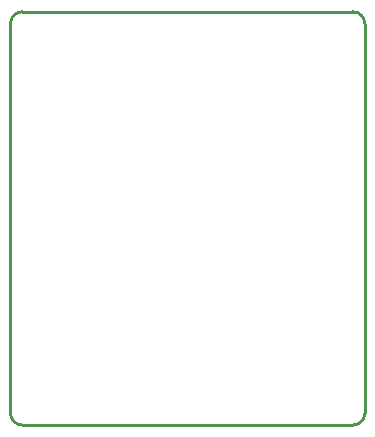
<source format=gko>
G04*
G04 #@! TF.GenerationSoftware,Altium Limited,Altium Designer,20.2.5 (213)*
G04*
G04 Layer_Color=16711935*
%FSLAX25Y25*%
%MOIN*%
G70*
G04*
G04 #@! TF.SameCoordinates,30BD3B00-C382-4E22-9566-45DB6D5F9054*
G04*
G04*
G04 #@! TF.FilePolarity,Positive*
G04*
G01*
G75*
%ADD30C,0.01000*%
D30*
X-25591Y-5906D02*
G03*
X-21654Y-9843I3937J0D01*
G01*
X88583D02*
G03*
X92520Y-5906I0J3937D01*
G01*
Y124016D02*
G03*
X88583Y127953I-3937J0D01*
G01*
X-21654D02*
G03*
X-25591Y124016I0J-3937D01*
G01*
X-21654Y127953D02*
X88583D01*
X-25591Y-5906D02*
Y124016D01*
X-21654Y-9843D02*
X88583D01*
X92520Y-5906D02*
Y124016D01*
M02*

</source>
